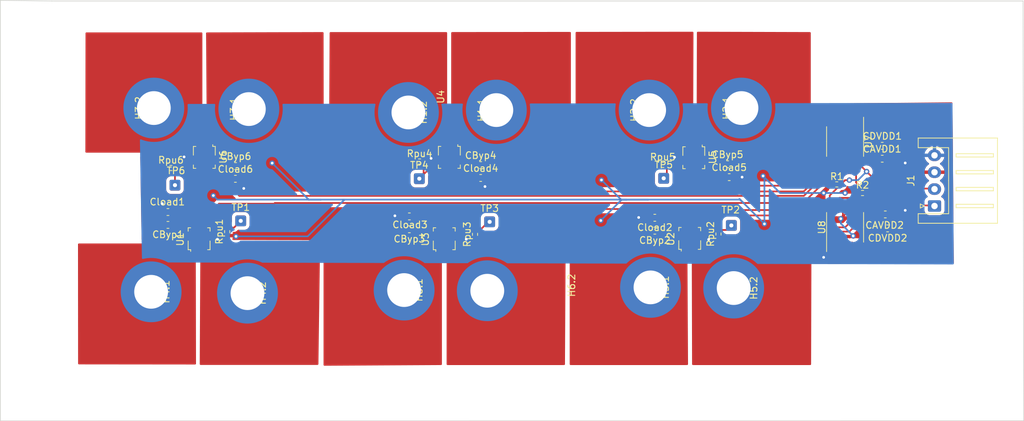
<source format=kicad_pcb>
(kicad_pcb (version 20211014) (generator pcbnew)
  (layers (0 "F.Cu" signal) (31 "B.Cu" signal) (34 "B.Paste" user) (35 "F.Paste" user) (36 "B.SilkS" user "B.Silkscreen") (37 "F.SilkS" user "F.Silkscreen") (38 "B.Mask" user) (39 "F.Mask" user) (44 "Edge.Cuts" user))
  (net 0 "")
  (net 1 "+3.3V")
  (net 2 "Earth")
  (net 3 "Net-(Cload2-Pad1)")
  (net 4 "Net-(Cload3-Pad1)")
  (net 5 "Net-(Cload4-Pad1)")
  (net 6 "Net-(Cload5-Pad1)")
  (net 7 "Net-(Cload1-Pad1)")
  (net 8 "/M1-")
  (net 9 "/M4+")
  (net 10 "/M4-")
  (net 11 "/M5+")
  (net 12 "/M5-")
  (net 13 "Net-(Rpu1-Pad2)")
  (net 14 "Net-(Rpu2-Pad2)")
  (net 15 "Net-(Rpu3-Pad2)")
  (net 16 "Net-(Rpu5-Pad2)")
  (net 45 "Net-(Cload6-Pad1)")
  (net 46 "/M6+")
  (net 47 "/M1+")
  (net 48 "Net-(J1-Pad1)")
  (net 49 "Net-(J1-Pad2)")
  (net 50 "Net-(Rpu4-Pad2)")
  (net 51 "Net-(Rpu6-Pad2)")
  (net 56 "/M6-")
  (net 57 "/M2+")
  (net 58 "/M2-")
  (net 59 "/M3+")
  (net 60 "/M3-")
  (footprint "Package_SO:TSSOP-16_4.4x5mm_P0.65mm" (layer "F.Cu") (at 227.33 52.705 -90)
    (fp_text reference "U7")
    (fp_text value "ADS1119IPWR")
  )
  (footprint "Capacitor_SMD:C_0603_1608Metric_Pad1.08x0.95mm_HandSolder" (layer "F.Cu") (at 232.8175 53.34)
    (fp_text reference "CDVDD1")
    (fp_text value "0.1")
  )
  (footprint "Sensor_Current:Allegro_QFN-12-10-1EP_3x3mm_P0.5mm" (layer "F.Cu") (at 168.05 67.18 90)
    (fp_text reference "U3")
    (fp_text value "ACS711xEXLT-31AB")
  )
  (footprint "Resistor_SMD:R_0402_1005Metric_Pad0.72x0.64mm_HandSolder" (layer "F.Cu") (at 226.0975 59.055)
    (fp_text reference "R1")
    (fp_text value "4.7k")
  )
  (footprint "Resistor_SMD:R_0402_1005Metric_Pad0.72x0.64mm_HandSolder" (layer "F.Cu") (at 135.95 66.0475 90)
    (fp_text reference "Rpu1")
    (fp_text value "4.7k")
  )
  (footprint "Connector_Wire:SolderWire-0.1sqmm_1x01_D0.4mm_OD1mm" (layer "F.Cu") (at 137.949139 64.4548)
    (fp_text reference "TP1")
    (fp_text value "Fault 1")
  )
  (footprint "Connector_Wire:SolderWire-0.25sqmm_1x01_D0.65mm_OD2mm" (layer "F.Cu") (at 162.113397 74.698097 -90)
    (fp_text reference "H6.1")
    (fp_text value "I+ Pad")
  )
  (footprint "Connector_Wire:SolderWire-0.25sqmm_1x01_D0.65mm_OD2mm" (layer "F.Cu") (at 210.85 74.4 -90)
    (fp_text reference "H5.2")
    (fp_text value "I- Pad")
  )
  (footprint "Capacitor_SMD:C_0603_1608Metric_Pad1.08x0.95mm_HandSolder" (layer "F.Cu") (at 232.8175 55.245)
    (fp_text reference "CAVDD1")
    (fp_text value "0.1")
  )
  (footprint "Sensor_Current:Allegro_QFN-12-10-1EP_3x3mm_P0.5mm" (layer "F.Cu") (at 132.564895 54.974895 -90)
    (fp_text reference "U6")
    (fp_text value "ACS711xEXLT-31AB")
  )
  (footprint "Resistor_SMD:R_0402_1005Metric_Pad0.72x0.64mm_HandSolder" (layer "F.Cu") (at 229.9075 60.325)
    (fp_text reference "R2")
    (fp_text value "4.7k")
  )
  (footprint "Connector_Wire:SolderWire-0.25sqmm_1x01_D0.65mm_OD2mm" (layer "F.Cu") (at 174.413397 74.798097 -90)
    (fp_text reference "H6.2")
    (fp_text value "I- Pad")
  )
  (footprint "Sensor_Current:Allegro_QFN-12-10-1EP_3x3mm_P0.5mm" (layer "F.Cu") (at 131.8 67.18 90)
    (fp_text reference "U1")
    (fp_text value "ACS711xEXLT-31AB")
  )
  (footprint "Sensor_Current:Allegro_QFN-12-10-1EP_3x3mm_P0.5mm" (layer "F.Cu") (at 204.35 67.13 90)
    (fp_text reference "U2")
    (fp_text value "ACS711xEXLT-31AB")
  )
  (footprint "Capacitor_SMD:C_0603_1608Metric_Pad1.08x0.95mm_HandSolder" (layer "F.Cu") (at 127.1875 63.145 180)
    (fp_text reference "Cload1")
    (fp_text value "0.1")
  )
  (footprint "Capacitor_SMD:C_0603_1608Metric_Pad1.08x0.95mm_HandSolder" (layer "F.Cu") (at 162.8875 63.795 180)
    (fp_text reference "Cload3")
    (fp_text value "0.1")
  )
  (footprint "Connector_Wire:SolderWire-0.1sqmm_1x01_D0.4mm_OD1mm" (layer "F.Cu") (at 164.36 58.205)
    (fp_text reference "TP4")
    (fp_text value "Fault 4")
  )
  (footprint "Connector_Wire:SolderWire-0.25sqmm_1x01_D0.65mm_OD2mm" (layer "F.Cu") (at 124.699139 74.9548 -90)
    (fp_text reference "H4.1")
    (fp_text value "I+ Pad")
  )
  (footprint "Connector_Wire:SolderWire-0.25sqmm_1x01_D0.65mm_OD2mm" (layer "F.Cu") (at 198.35 48.05 90)
    (fp_text reference "H2.2")
    (fp_text value "I- Pad")
  )
  (footprint "Connector_Wire:SolderWire-0.1sqmm_1x01_D0.4mm_OD1mm" (layer "F.Cu") (at 174.763397 64.598097)
    (fp_text reference "TP3")
    (fp_text value "Fault 3")
  )
  (footprint "Capacitor_SMD:C_0603_1608Metric_Pad1.08x0.95mm_HandSolder" (layer "F.Cu") (at 162.8875 65.7 180)
    (fp_text reference "CByp3")
    (fp_text value "0.1")
  )
  (footprint "Resistor_SMD:R_0402_1005Metric_Pad0.72x0.64mm_HandSolder" (layer "F.Cu") (at 164.3975 55.665)
    (fp_text reference "Rpu4")
    (fp_text value "4.7k")
  )
  (footprint "Capacitor_SMD:C_0603_1608Metric_Pad1.08x0.95mm_HandSolder" (layer "F.Cu") (at 209.9625 56.07)
    (fp_text reference "CByp5")
    (fp_text value "0.1")
  )
  (footprint "Capacitor_SMD:C_0603_1608Metric_Pad1.08x0.95mm_HandSolder" (layer "F.Cu") (at 199.1875 65.9 180)
    (fp_text reference "CByp2")
    (fp_text value "0.1")
  )
  (footprint "Connector_Wire:SolderWire-0.25sqmm_1x01_D0.65mm_OD2mm" (layer "F.Cu") (at 175.75 48.05 90)
    (fp_text reference "H1.1")
    (fp_text value "I+ Pad")
  )
  (footprint "Capacitor_SMD:C_0603_1608Metric_Pad1.08x0.95mm_HandSolder" (layer "F.Cu") (at 173.4375 58.1)
    (fp_text reference "Cload4")
    (fp_text value "0.1")
  )
  (footprint "Capacitor_SMD:C_0603_1608Metric_Pad1.08x0.95mm_HandSolder" (layer "F.Cu") (at 137.1875 56.334703)
    (fp_text reference "CByp6")
    (fp_text value "0.1")
  )
  (footprint "Capacitor_SMD:C_0603_1608Metric_Pad1.08x0.95mm_HandSolder" (layer "F.Cu") (at 233.2725 63.5)
    (fp_text reference "CAVDD2")
    (fp_text value "0.1")
  )
  (footprint "Connector_JST:JST_XH_S4B-XH-A_1x04_P2.50mm_Horizontal" (layer "F.Cu") (at 240.55 62.25 90)
    (fp_text reference "J1")
    (fp_text value "Conn_01x04")
  )
  (footprint "Capacitor_SMD:C_0603_1608Metric_Pad1.08x0.95mm_HandSolder" (layer "F.Cu") (at 137.162395 58.225105)
    (fp_text reference "Cload6")
    (fp_text value "0.1")
  )
  (footprint "Resistor_SMD:R_0402_1005Metric_Pad0.72x0.64mm_HandSolder" (layer "F.Cu") (at 172.6 66.4475 90)
    (fp_text reference "Rpu3")
    (fp_text value "4.7k")
  )
  (footprint "Connector_Wire:SolderWire-0.25sqmm_1x01_D0.65mm_OD2mm" (layer "F.Cu") (at 125.1 47.75 90)
    (fp_text reference "H3.2")
    (fp_text value "I- Pad")
  )
  (footprint "Sensor_Current:Allegro_QFN-12-10-1EP_3x3mm_P0.5mm" (layer "F.Cu") (at 204.95 55.02 -90)
    (fp_text reference "U5")
    (fp_text value "ACS711xEXLT-31AB")
  )
  (footprint "Capacitor_SMD:C_0603_1608Metric_Pad1.08x0.95mm_HandSolder" (layer "F.Cu") (at 173.4375 56.195)
    (fp_text reference "CByp4")
    (fp_text value "0.1")
  )
  (footprint "Connector_Wire:SolderWire-0.25sqmm_1x01_D0.65mm_OD2mm" (layer "F.Cu") (at 162.75 48.4 -90)
    (fp_text reference "H1.2")
    (fp_text value "I- Pad")
  )
  (footprint "Resistor_SMD:R_0402_1005Metric_Pad0.72x0.64mm_HandSolder" (layer "F.Cu") (at 127.627395 56.625105)
    (fp_text reference "Rpu6")
    (fp_text value "4.7k")
  )
  (footprint "Connector_Wire:SolderWire-0.1sqmm_1x01_D0.4mm_OD1mm" (layer "F.Cu") (at 200.5 58.15)
    (fp_text reference "TP5")
    (fp_text value "Fault 5")
  )
  (footprint "Connector_Wire:SolderWire-0.25sqmm_1x01_D0.65mm_OD2mm" (layer "F.Cu") (at 212 47.75 90)
    (fp_text reference "H2.1")
    (fp_text value "I+ Pad")
  )
  (footprint "Sensor_Current:Allegro_QFN-12-10-1EP_3x3mm_P0.5mm" (layer "F.Cu") (at 168.8 54.97 -90)
    (fp_text reference "U4")
    (fp_text value "ACS711xEXLT-31AB")
  )
  (footprint "Package_SO:TSSOP-16_4.4x5mm_P0.65mm" (layer "F.Cu") (at 227.33 65.405 90)
    (fp_text reference "U8")
    (fp_text value "ADS1119IPWR")
  )
  (footprint "Resistor_SMD:R_0402_1005Metric_Pad0.72x0.64mm_HandSolder" (layer "F.Cu") (at 200.3675 56.165)
    (fp_text reference "Rpu5")
    (fp_text value "4.7k")
  )
  (footprint "Connector_Wire:SolderWire-0.25sqmm_1x01_D0.65mm_OD2mm" (layer "F.Cu") (at 139.15 47.9 90)
    (fp_text reference "H3.1")
    (fp_text value "I+ Pad")
  )
  (footprint "Connector_Wire:SolderWire-0.1sqmm_1x01_D0.4mm_OD1mm" (layer "F.Cu") (at 210.505 65.1275)
    (fp_text reference "TP2")
    (fp_text value "Fault 2")
  )
  (footprint "Connector_Wire:SolderWire-0.25sqmm_1x01_D0.65mm_OD2mm" (layer "F.Cu") (at 198.55 74.3 -90)
    (fp_text reference "H5.1")
    (fp_text value "I+ Pad")
  )
  (footprint "Connector_Wire:SolderWire-0.25sqmm_1x01_D0.65mm_OD2mm" (layer "F.Cu") (at 138.949139 75.1548 -90)
    (fp_text reference "H4.2")
    (fp_text value "I- Pad")
  )
  (footprint "Capacitor_SMD:C_0603_1608Metric_Pad1.08x0.95mm_HandSolder" (layer "F.Cu") (at 127.1875 65.05 180)
    (fp_text reference "CByp1")
    (fp_text value "0.1")
  )
  (footprint "Capacitor_SMD:C_0603_1608Metric_Pad1.08x0.95mm_HandSolder" (layer "F.Cu") (at 210.19 57.975)
    (fp_text reference "Cload5")
    (fp_text value "0.1")
  )
  (footprint "Capacitor_SMD:C_0603_1608Metric_Pad1.08x0.95mm_HandSolder" (layer "F.Cu") (at 199.1875 63.995 180)
    (fp_text reference "Cload2")
    (fp_text value "0.1")
  )
  (footprint "Connector_Wire:SolderWire-0.1sqmm_1x01_D0.4mm_OD1mm" (layer "F.Cu") (at 128.224895 59.165105)
    (fp_text reference "TP6")
    (fp_text value "Fault 6")
  )
  (footprint "Resistor_SMD:R_0402_1005Metric_Pad0.72x0.64mm_HandSolder" (layer "F.Cu") (at 208.6 66.3975 90)
    (fp_text reference "Rpu2")
    (fp_text value "4.7k")
  )
  (footprint "Capacitor_SMD:C_0603_1608Metric_Pad1.08x0.95mm_HandSolder" (layer "F.Cu") (at 233.615 65.5675 180)
    (fp_text reference "CDVDD2")
    (fp_text value "0.1")
  )
  (gr_line (start 253.65 31.9) (end 253.75 94.05) (layer "Edge.Cuts") (width 0.1))
  (gr_line (start 253.75 94.05) (end 102.406451 94.063624) (layer "Edge.Cuts") (width 0.1))
  (gr_line (start 102.406451 94.063624) (end 102.4 31.8) (layer "Edge.Cuts") (width 0.1))
  (gr_line (start 110 31.9) (end 253.65 31.9) (layer "Edge.Cuts") (width 0.1))
  (gr_line (start 102.4 31.8) (end 110 31.9) (layer "Edge.Cuts") (width 0.1))
  (segment (start 141.904895 55.204895) (end 142.6 55.9) (width 0.25) (layer "F.Cu") (net 1))
  (segment (start 209.13 56.07) (end 209.95 55.25) (width 0.25) (layer "F.Cu") (net 1))
  (segment (start 227.33 55.8925) (end 227.655 55.5675) (width 0.25) (layer "F.Cu") (net 1))
  (segment (start 229.87 66.675) (end 231.645 66.675) (width 0.25) (layer "F.Cu") (net 1))
  (segment (start 227.215 66.675) (end 228.525 66.675) (width 0.25) (layer "F.Cu") (net 1))
  (segment (start 228.525 66.675) (end 229.87 66.675) (width 0.25) (layer "F.Cu") (net 1))
  (segment (start 226.355 68.2675) (end 226.355 67.535) (width 0.25) (layer "F.Cu") (net 1))
  (segment (start 227.655 62.5425) (end 227.655 63.175) (width 0.25) (layer "F.Cu") (net 1))
  (segment (start 215.2 57.8) (end 212.65 55.25) (width 0.25) (layer "F.Cu") (net 1))
  (segment (start 206.4 55.25) (end 209.95 55.25) (width 0.25) (layer "F.Cu") (net 1))
  (segment (start 231.645 66.675) (end 232.7525 65.5675) (width 0.25) (layer "F.Cu") (net 1))
  (segment (start 200.05 66.25) (end 200.7 66.9) (width 0.25) (layer "F.Cu") (net 1))
  (segment (start 228.305 50.531041) (end 231.113959 53.34) (width 0.25) (layer "F.Cu") (net 1))
  (segment (start 229.193959 53.34) (end 231.955 53.34) (width 0.25) (layer "F.Cu") (net 1))
  (segment (start 212.65 55.25) (end 209.95 55.25) (width 0.25) (layer "F.Cu") (net 1))
  (segment (start 200.05 65.9) (end 200.05 66.25) (width 0.25) (layer "F.Cu") (net 1))
  (segment (start 227.655 54.878959) (end 228.579479 53.954479) (width 0.25) (layer "F.Cu") (net 1))
  (segment (start 233.68 57.15) (end 231.955 55.425) (width 0.2) (layer "F.Cu") (net 1))
  (segment (start 227.005 55.5675) (end 227.005 55.528959) (width 0.25) (layer "F.Cu") (net 1))
  (segment (start 135.195192 55.204895) (end 136.325 56.334703) (width 0.25) (layer "F.Cu") (net 1))
  (segment (start 228.028959 54.505) (end 231.215 54.505) (width 0.25) (layer "F.Cu") (net 1))
  (segment (start 228.305 49.8425) (end 228.305 50.531041) (width 0.25) (layer "F.Cu") (net 1))
  (segment (start 227.005 63.825) (end 226.695 64.135) (width 0.25) (layer "F.Cu") (net 1))
  (segment (start 231.955 53.34) (end 231.955 55.245) (width 0.25) (layer "F.Cu") (net 1))
  (segment (start 233.68 57.15) (end 233.78 57.25) (width 0.2) (layer "F.Cu") (net 1))
  (segment (start 227.005 55.528959) (end 229.193959 53.34) (width 0.25) (layer "F.Cu") (net 1))
  (segment (start 129.625 66.95) (end 130.35 66.95) (width 0.25) (layer "F.Cu") (net 1))
  (segment (start 200.7 66.9) (end 202.9 66.9) (width 0.25) (layer "F.Cu") (net 1))
  (segment (start 134.014895 55.204895) (end 135.195192 55.204895) (width 0.25) (layer "F.Cu") (net 1))
  (segment (start 232.7525 63.6625) (end 232.7525 65.5675) (width 0.25) (layer "F.Cu") (net 1))
  (segment (start 128.05 65.05) (end 128.05 65.375) (width 0.25) (layer "F.Cu") (net 1))
  (segment (start 233.78 57.25) (end 240.55 57.25) (width 0.2) (layer "F.Cu") (net 1))
  (segment (start 226.355 67.535) (end 227.215 66.675) (width 0.25) (layer "F.Cu") (net 1))
  (segment (start 171.58 55.2) (end 172.575 56.195) (width 0.25) (layer "F.Cu") (net 1))
  (segment (start 225.055 67.045) (end 225.425 66.675) (width 0.25) (layer "F.Cu") (net 1))
  (segment (start 231.113959 53.34) (end 231.955 53.34) (width 0.25) (layer "F.Cu") (net 1))
  (segment (start 227.33 57.225) (end 227.33 55.8925) (width 0.25) (layer "F.Cu") (net 1))
  (segment (start 227.33 57.225) (end 225.5 59.055) (width 0.25) (layer "F.Cu") (net 1))
  (segment (start 166.6 66.95) (end 165 66.95) (width 0.25) (layer "F.Cu") (net 1))
  (segment (start 227.655 54.878959) (end 228.028959 54.505) (width 0.25) (layer "F.Cu") (net 1))
  (segment (start 232.41 63.32) (end 232.7525 63.6625) (width 0.2) (layer "F.Cu") (net 1))
  (segment (start 227.005 62.5425) (end 227.005 63.825) (width 0.25) (layer "F.Cu") (net 1))
  (segment (start 225.055 68.2675) (end 225.055 67.045) (width 0.25) (layer "F.Cu") (net 1))
  (segment (start 135.195192 55.204895) (end 141.904895 55.204895) (width 0.25) (layer "F.Cu") (net 1))
  (segment (start 170.25 55.2) (end 171.58 55.2) (width 0.25) (layer "F.Cu") (net 1))
  (segment (start 137.145 66.645) (end 137.25 66.75) (width 0.25) (layer "F.Cu") (net 1))
  (segment (start 135.95 66.645) (end 137.145 66.645) (width 0.25) (layer "F.Cu") (net 1))
  (segment (start 231.215 54.505) (end 231.955 55.245) (width 0.25) (layer "F.Cu") (net 1))
  (segment (start 227.655 63.175) (end 226.695 64.135) (width 0.25) (layer "F.Cu") (net 1))
  (segment (start 224.23 60.325) (end 225.4625 59.0925) (width 0.25) (layer "F.Cu") (net 1))
  (segment (start 208.655 67.05) (end 208.6 66.995) (width 0.25) (layer "F.Cu") (net 1))
  (segment (start 224.155 60.325) (end 224.23 60.325) (width 0.25) (layer "F.Cu") (net 1))
  (segment (start 231.955 55.425) (end 231.955 55.245) (width 0.2) (layer "F.Cu") (net 1))
  (segment (start 225.425 66.675) (end 229.87 66.675) (width 0.25) (layer "F.Cu") (net 1))
  (segment (start 165 66.95) (end 163.75 65.7) (width 0.25) (layer "F.Cu") (net 1))
  (segment (start 128.05 65.375) (end 129.625 66.95) (width 0.25) (layer "F.Cu") (net 1))
  (via (at 142.6 55.9) (size 0.8) (drill 0.4) (layers "F.Cu" "B.Cu") (net 1))
  (via (at 191.2 64.4) (size 0.8) (drill 0.4) (layers "F.Cu" "B.Cu") (net 1))
  (via (at 137.25 66.75) (size 0.8) (drill 0.4) (layers "F.Cu" "B.Cu") (net 1))
  (via (at 191.3 58.4) (size 0.8) (drill 0.4) (layers "F.Cu" "B.Cu") (net 1))
  (via (at 226.695 64.135) (size 0.8) (drill 0.4) (layers "F.Cu" "B.Cu") (net 1))
  (via (at 228.525 66.675) (size 0.8) (drill 0.4) (layers "F.Cu" "B.Cu") (net 1))
  (via (at 133.9 60.7) (size 0.8) (drill 0.4) (layers "F.Cu" "B.Cu") (net 1))
  (via (at 227.33 60.325) (size 0.8) (drill 0.4) (layers "F.Cu" "B.Cu") (net 1))
  (via (at 224.155 60.325) (size 0.8) (drill 0.4) (layers "F.Cu" "B.Cu") (net 1))
  (via (at 215.2 57.8) (size 0.8) (drill 0.4) (layers "F.Cu" "B.Cu") (net 1))
  (via (at 215.4 64.9) (size 0.8) (drill 0.4) (layers "F.Cu" "B.Cu") (net 1))
  (segment (start 149.8 61.3) (end 148 61.3) (width 0.25) (layer "B.Cu") (net 1))
  (segment (start 228.525 66.675) (end 226.695 64.845) (width 0.25) (layer "B.Cu") (net 1))
  (segment (start 194.3 61.3) (end 195 61.3) (width 0.25) (layer "B.Cu") (net 1))
  (segment (start 195 61.3) (end 198.2 61.3) (width 0.25) (layer "B.Cu") (net 1))
  (segment (start 224.155 60.325) (end 217.725 60.325) (width 0.25) (layer "B.Cu") (net 1))
  (segment (start 198.2 61.3) (end 194.2 61.3) (width 0.25) (layer "B.Cu") (net 1))
  (segment (start 212.25 61.75) (end 211.7 61.2) (width 0.25) (layer "B.Cu") (net 1))
  (segment (start 227.33 60.325) (end 224.155 60.325) (width 0.25) (layer "B.Cu") (net 1))
  (segment (start 215.4 64.9) (end 212.25 61.75) (width 0.25) (layer "B.Cu") (net 1))
  (segment (start 153.3 61.3) (end 149.8 61.3) (width 0.25) (layer "B.Cu") (net 1))
  (segment (start 195 61.3) (end 153.3 61.3) (width 0.25) (layer "B.Cu") (net 1))
  (segment (start 226.695 64.845) (end 226.695 64.135) (width 0.25) (layer "B.Cu") (net 1))
  (segment (start 198.2 61.3) (end 211.8 61.3) (width 0.25) (layer "B.Cu") (net 1))
  (segment (start 153.3 61.3) (end 147.85 66.75) (width 0.25) (layer "B.Cu") (net 1))
  (segment (start 215.4 64.9) (end 215.4 58) (width 0.25) (layer "B.Cu") (net 1))
  (segment (start 148 61.3) (end 142.6 55.9) (width 0.25) (layer "B.Cu") (net 1))
  (segment (start 134.5 61.3) (end 133.9 60.7) (width 0.25) (layer "B.Cu") (net 1))
  (segment (start 217.725 60.325) (end 215.2 57.8) (width 0.25) (layer "B.Cu") (net 1))
  (segment (start 215.4 58) (end 215.2 57.8) (width 0.25) (layer "B.Cu") (net 1))
  (segment (start 191.2 64.4) (end 194.3 61.3) (width 0.25) (layer "B.Cu") (net 1))
  (segment (start 149.8 61.3) (end 134.5 61.3) (width 0.25) (layer "B.Cu") (net 1))
  (segment (start 147.85 66.75) (end 137.25 66.75) (width 0.25) (layer "B.Cu") (net 1))
  (segment (start 194.2 61.3) (end 191.3 58.4) (width 0.25) (layer "B.Cu") (net 1))
  (segment (start 211.8 61.3) (end 212.25 61.75) (width 0.25) (layer "B.Cu") (net 1))
  (segment (start 231.14 48.26) (end 232.41 48.26) (width 0.25) (layer "F.Cu") (net 2))
  (segment (start 198.28 63.95) (end 198.325 63.995) (width 0.25) (layer "F.Cu") (net 2))
  (segment (start 202.1 55.0255) (end 203.2755 55.0255) (width 0.25) (layer "F.Cu") (net 2))
  (segment (start 133.25 66.95) (end 133.475 66.95) (width 0.25) (layer "F.Cu") (net 2))
  (segment (start 169.5 66.95) (end 169.725 66.95) (width 0.25) (layer "F.Cu") (net 2))
  (segment (start 126.325 63.145) (end 126.325 61.6475) (width 0.2) (layer "F.Cu") (net 2))
  (segment (start 231.775 69.85) (end 234.4775 67.1475) (width 0.25) (layer "F.Cu") (net 2))
  (segment (start 174.3 56.195) (end 174.3 58.1) (width 0.25) (layer "F.Cu") (net 2))
  (segment (start 235.2455 62.8945) (end 234.4775 63.6625) (width 0.25) (layer "F.Cu") (net 2))
  (segment (start 210.825 57.7475) (end 211.0525 57.975) (width 0.25) (layer "F.Cu") (net 2))
  (segment (start 227.655 49.153959) (end 228.548959 48.26) (width 0.25) (layer "F.Cu") (net 2))
  (segment (start 196.8 63.95) (end 198.28 63.95) (width 0.25) (layer "F.Cu") (net 2))
  (segment (start 134.5 67.1745) (end 133.4745 67.1745) (width 0.25) (layer "F.Cu") (net 2))
  (segment (start 138.4 59.65) (end 138.024895 59.274895) (width 0.25) (layer "F.Cu") (net 2))
  (segment (start 138.05 58.2) (end 138.024895 58.225105) (width 0.25) (layer "F.Cu") (net 2))
  (segment (start 169.7245 67.1745) (end 169.5 66.95) (width 0.25) (layer "F.Cu") (net 2))
  (segment (start 211.0525 57.975) (end 212.095 57.975) (width 0.25) (layer "F.Cu") (net 2))
  (segment (start 227.005 68.2675) (end 227.005 68.956041) (width 0.25) (layer "F.Cu") (net 2))
  (segment (start 206.1 67.2) (end 205.8 66.9) (width 0.25) (layer "F.Cu") (net 2))
  (segment (start 171.3 67.1745) (end 169.7245 67.1745) (width 0.25) (layer "F.Cu") (net 2))
  (segment (start 230.505 48.26) (end 231.14 48.26) (width 0.25) (layer "F.Cu") (net 2))
  (segment (start 237.43 54.67) (end 236.22 55.88) (width 0.25) (layer "F.Cu") (net 2))
  (segment (start 234.315 55.88) (end 233.68 55.245) (width 0.25) (layer "F.Cu") (net 2))
  (segment (start 203.2755 55.0255) (end 203.5 55.25) (width 0.25) (layer "F.Cu") (net 2))
  (segment (start 227.655 49.8425) (end 227.655 49.153959) (width 0.25) (layer "F.Cu") (net 2))
  (segment (start 240.39 54.67) (end 237.43 54.67) (width 0.25) (layer "F.Cu") (net 2))
  (segment (start 231.14 48.26) (end 231.1875 48.26) (width 0.25) (layer "F.Cu") (net 2))
  (segment (start 228.955 49.81) (end 230.505 48.26) (width 0.25) (layer "F.Cu") (net 2))
  (segment (start 236.22 55.88) (end 234.315 55.88) (width 0.25) (layer "F.Cu") (net 2))
  (segment (start 227.005 68.956041) (end 227.898959 69.85) (width 0.25) (layer "F.Cu") (net 2))
  (segment (start 166.1 55.2) (end 167.35 55.2) (width 0.25) (layer "F.Cu") (net 2))
  (segment (start 226.06 69.85) (end 228.548959 69.85) (width 0.25) (layer "F.Cu") (net 2))
  (segment (start 161.93 63.7) (end 162.025 63.795) (width 0.25) (layer "F.Cu") (net 2))
  (segment (start 229.235 69.85) (end 231.775 69.85) (width 0.25) (layer "F.Cu") (net 2))
  (segment (start 236.22 62.8945) (end 235.2455 62.8945) (width 0.25) (layer "F.Cu") (net 2))
  (segment (start 224.155 69.85) (end 226.06 69.85) (width 0.2) (layer "F.Cu") (net 2))
  (segment (start 227.965 69.85) (end 229.235 69.85) (width 0.25) (layer "F.Cu") (net 2))
  (segment (start 228.955 49.8425) (end 228.955 49.81) (width 0.25) (layer "F.Cu") (net 2))
  (segment (start 126.325 63.145) (end 126.325 65.05) (width 0.2) (layer "F.Cu") (net 2))
  (segment (start 234.4775 65.5675) (end 234.4775 67.1475) (width 0.25) (layer "F.Cu") (net 2))
  (segment (start 225.705 68.2675) (end 225.705 69.495) (width 0.25) (layer "F.Cu") (net 2))
  (segment (start 129.574895 54.980395) (end 130.890395 54.980395) (width 0.25) (layer "F.Cu") (net 2))
  (segment (start 138.024895 59.274895) (end 138.024895 58.225105) (width 0.25) (layer "F.Cu") (net 2))
  (segment (start 227.898959 69.85) (end 229.235 69.85) (width 0.25) (layer "F.Cu") (net 2))
  (segment (start 207.15 67.2) (end 206.1 67.2) (width 0.25) (layer "F.Cu") (net 2))
  (segment (start 233.68 53.34) (end 233.68 55.245) (width 0.25) (layer "F.Cu") (net 2))
  (segment (start 234.4775 63.6625) (end 234.4775 65.5675) (width 0.25) (layer "F.Cu") (net 2))
  (segment (start 236.22 52.07) (end 236.22 55.88) (width 0.25) (layer "F.Cu") (net 2))
  (segment (start 160.75 63.7) (end 161.93 63.7) (width 0.25) (layer "F.Cu") (net 2))
  (segment (start 174.3 58.1) (end 174.3 59.1425) (width 0.25) (layer "F.Cu") (net 2))
  (segment (start 227.655 68.956041) (end 228.548959 69.85) (width 0.25) (layer "F.Cu") (net 2))
  (segment (start 227.33 48.26) (end 229.235 48.26) (width 0.25) (layer "F.Cu") (net 2))
  (segment (start 225.705 69.495) (end 226.06 69.85) (width 0.25) (layer "F.Cu") (net 2))
  (segment (start 162.025 65.7) (end 162.025 63.795) (width 0.25) (layer "F.Cu") (net 2))
  (segment (start 174.3 59.1425) (end 174.0725 59.37) (width 0.25) (layer "F.Cu") (net 2))
  (segment (start 133.4745 67.1745) (end 133.25 66.95) (width 0.25) (layer "F.Cu") (net 2))
  (segment (start 227.655 68.2675) (end 227.655 68.956041) (width 0.25) (layer "F.Cu") (net 2))
  (segment (start 227.85 69.85) (end 227.965 69.85) (width 0.25) (layer "F.Cu") (net 2))
  (segment (start 227.005 49.8425) (end 227.005 48.585) (width 0.25) (layer "F.Cu") (net 2))
  (segment (start 130.890395 54.980395) (end 131.114895 55.204895) (width 0.25) (layer "F.Cu") (net 2))
  (segment (start 198.325 63.995) (end 198.325 65.9) (width 0.25) (layer "F.Cu") (net 2))
  (segment (start 210.825 56.07) (end 210.825 57.7475) (width 0.25) (layer "F.Cu") (net 2))
  (segment (start 227.005 48.585) (end 227.33 48.26) (width 0.25) (layer "F.Cu") (net 2))
  (segment (start 232.41 48.26) (end 236.22 52.07) (width 0.25) (layer "F.Cu") (net 2))
  (segment (start 228.548959 48.26) (end 229.235 48.26) (width 0.25) (layer "F.Cu") (net 2))
  (segment (start 229.235 48.26) (end 230.505 48.26) (width 0.25) (layer "F.Cu") (net 2))
  (segment (start 231.1875 48.26) (end 229.605 49.8425) (width 0.25) (layer "F.Cu") (net 2))
  (segment (start 138.05 56.334703) (end 138.05 58.2) (width 0.25) (layer "F.Cu") (net 2))
  (via (at 202.1 55.0255) (size 0.8) (drill 0.4) (layers "F.Cu" "B.Cu") (net 2))
  (via (at 236.22 62.8945) (size 0.8) (drill 0.4) (layers "F.Cu" "B.Cu") (net 2))
  (via (at 166.1 55.2) (size 0.8) (drill 0.4) (layers "F.Cu" "B.Cu") (net 2))
  (via (at 138.4 59.65) (size 0.8) (drill 0.4) (layers "F.Cu" "B.Cu") (net 2))
  (via (at 134.5 67.1745) (size 0.8) (drill 0.4) (layers "F.Cu" "B.Cu") (net 2))
  (via (at 236.22 55.88) (size 0.8) (drill 0.4) (layers "F.Cu" "B.Cu") (net 2))
  (via (at 196.8 63.95) (size 0.8) (drill 0.4) (layers "F.Cu" "B.Cu") (net 2))
  (via (at 171.3 67.1745) (size 0.8) (drill 0.4) (layers "F.Cu" "B.Cu") (net 2))
  (via (at 126.35 61.9) (size 0.8) (drill 0.4) (layers "F.Cu" "B.Cu") (net 2))
  (via (at 174.0725 59.37) (size 0.8) (drill 0.4) (layers "F.Cu" "B.Cu") (net 2))
  (via (at 129.574895 54.980395) (size 0.8) (drill 0.4) (layers "F.Cu" "B.Cu") (net 2))
  (via (at 212.095 57.975) (size 0.8) (drill 0.4) (layers "F.Cu" "B.Cu") (net 2))
  (via (at 160.75 63.7) (size 0.8) (drill 0.4) (layers "F.Cu" "B.Cu") (net 2))
  (via (at 207.15 67.2) (size 0.8) (drill 0.4) (layers "F.Cu" "B.Cu") (net 2))
  (via (at 224.155 69.85) (size 0.8) (drill 0.4) (layers "F.Cu" "B.Cu") (net 2))
  (segment (start 208.055 63.995) (end 208.4 63.65) (width 0.25) (layer "F.Cu") (net 3))
  (segment (start 202.875 66.425) (end 202.9 66.4) (width 0.25) (layer "F.Cu") (net 3))
  (segment (start 227.965 66.04) (end 228.955 65.05) (width 0.25) (layer "F.Cu") (net 3))
  (segment (start 228.955 65.05) (end 228.955 62.5425) (width 0.25) (layer "F.Cu") (net 3))
  (segment (start 220.345 66.04) (end 227.965 66.04) (width 0.25) (layer "F.Cu") (net 3))
  (segment (start 217.955 63.65) (end 220.345 66.04) (width 0.25) (layer "F.Cu") (net 3))
  (segment (start 200.05 63.995) (end 202.48 66.425) (width 0.25) (layer "F.Cu") (net 3))
  (segment (start 208.4 63.65) (end 217.955 63.65) (width 0.25) (layer "F.Cu") (net 3))
  (segment (start 200.05 63.995) (end 208.055 63.995) (width 0.25) (layer "F.Cu") (net 3))
  (segment (start 202.48 66.425) (end 202.875 66.425) (width 0.25) (layer "F.Cu") (net 3))
  (segment (start 217.791396 62.85) (end 220.346396 65.405) (width 0.25) (layer "F.Cu") (net 4))
  (segment (start 195.4 62.7) (end 195.55 62.85) (width 0.25) (layer "F.Cu") (net 4))
  (segment (start 165.231603 62.698097) (end 165.233506 62.7) (width 0.25) (layer "F.Cu") (net 4))
  (segment (start 220.346396 65.405) (end 227.33 65.405) (width 0.25) (layer "F.Cu") (net 4))
  (segment (start 228.305 64.43) (end 228.305 62.5425) (width 0.25) (layer "F.Cu") (net 4))
  (segment (start 164.846903 62.698097) (end 165.231603 62.698097) (width 0.25) (layer "F.Cu") (net 4))
  (segment (start 195.55 62.85) (end 217.791396 62.85) (width 0.25) (layer "F.Cu") (net 4))
  (segment (start 227.33 65.405) (end 228.305 64.43) (width 0.25) (layer "F.Cu") (net 4))
  (segment (start 163.945 63.795) (end 163.75 63.795) (width 0.25) (layer "F.Cu") (net 4))
  (segment (start 166.6 66.45) (end 163.945 63.795) (width 0.25) (layer "F.Cu") (net 4))
  (segment (start 163.75 63.795) (end 164.846903 62.698097) (width 0.25) (layer "F.Cu") (net 4))
  (segment (start 165.233506 62.7) (end 195.4 62.7) (width 0.25) (layer "F.Cu") (net 4))
  (segment (start 172.575 58.025) (end 172.575 58.1) (width 0.25) (layer "F.Cu") (net 5))
  (segment (start 170.25 55.7) (end 172.575 58.025) (width 0.25) (layer "F.Cu") (net 5))
  (segment (start 224.153604 57.15) (end 224.155 57.15) (width 0.25) (layer "F.Cu") (net 5))
  (segment (start 224.155 57.15) (end 224.155 54.61) (width 0.25) (layer "F.Cu") (net 5))
  (segment (start 224.155 54.61) (end 226.355 52.41) (width 0.25) (layer "F.Cu") (net 5))
  (segment (start 172.575 58.1) (end 172.575 59.525) (width 0.25) (layer "F.Cu") (net 5))
  (segment (start 226.355 52.41) (end 226.355 49.8425) (width 0.25) (layer "F.Cu") (net 5))
  (segment (start 221.208604 60.095) (end 224.153604 57.15) (width 0.25) (layer "F.Cu") (net 5))
  (segment (start 173.145 60.095) (end 221.208604 60.095) (width 0.25) (layer "F.Cu") (net 5))
  (segment (start 172.575 59.525) (end 173.145 60.095) (width 0.25) (layer "F.Cu") (net 5))
  (segment (start 225.705 51.79) (end 225.705 49.8425) (width 0.25) (layer "F.Cu") (net 6))
  (segment (start 209.555 59.245) (end 221.422208 59.245) (width 0.25) (layer "F.Cu") (net 6))
  (segment (start 221.422208 59.245) (end 222.885 57.782208) (width 0.25) (layer "F.Cu") (net 6))
  (segment (start 209.3275 59.0175) (end 209.555 59.245) (width 0.25) (layer "F.Cu") (net 6))
  (segment (start 207.1025 55.75) (end 209.3275 57.975) (width 0.25) (layer "F.Cu") (net 6))
  (segment (start 206.4 55.75) (end 207.1025 55.75) (width 0.25) (layer "F.Cu") (net 6))
  (segment (start 222.885 57.782208) (end 222.885 54.61) (width 0.25) (layer "F.Cu") (net 6))
  (segment (start 209.3275 57.975) (end 209.3275 59.0175) (width 0.25) (layer "F.Cu") (net 6))
  (segment (start 222.885 54.61) (end 225.705 51.79) (width 0.25) (layer "F.Cu") (net 6))
  (segment (start 128.05 63.145) (end 133.508939 63.145) (width 0.25) (layer "F.Cu") (net 7))
  (segment (start 134.749139 61.9048) (end 142.8952 61.9048) (width 0.25) (layer "F.Cu") (net 7))
  (segment (start 133.508939 63.145) (end 134.749139 61.9048) (width 0.25) (layer "F.Cu") (net 7))
  (segment (start 129.9 66.45) (end 129.35 65.9) (width 0.25) (layer "F.Cu") (net 7))
  (segment (start 226.355 55.5675) (end 226.355 56.595) (width 0.25) (layer "F.Cu") (net 7))
  (segment (start 142.8952 61.9048) (end 142.998097 61.801903) (width 0.25) (layer "F.Cu") (net 7))
  (segment (start 130.35 66.45) (end 129.9 66.45) (width 0.25) (layer "F.Cu") (net 7))
  (segment (start 221.375 61.575) (end 221.15 61.8) (width 0.25) (layer "F.Cu") (net 7))
  (segment (start 226.355 56.595) (end 221.375 61.575) (width 0.25) (layer "F.Cu") (net 7))
  (segment (start 129.35 64.445) (end 128.05 63.145) (width 0.25) (layer "F.Cu") (net 7))
  (segment (start 129.35 65.9) (end 129.35 64.445) (width 0.25) (layer "F.Cu") (net 7))
  (segment (start 142.998097 61.801903) (end 221.148097 61.801903) (width 0.25) (layer "F.Cu") (net 7))
  (segment (start 221.148097 61.801903) (end 221.375 61.575) (width 0.25) (layer "F.Cu") (net 7))
  (segment (start 134.95 66.45) (end 135.95 65.45) (width 0.25) (layer "F.Cu") (net 13))
  (segment (start 136.953939 65.45) (end 137.949139 64.4548) (width 0.25) (layer "F.Cu") (net 13))
  (segment (start 135.95 65.45) (end 136.953939 65.45) (width 0.25) (layer "F.Cu") (net 13))
  (segment (start 133.25 66.45) (end 134.95 66.45) (width 0.25) (layer "F.Cu") (net 13))
  (segment (start 208 66.4) (end 208.6 65.8) (width 0.25) (layer "F.Cu") (net 14))
  (segment (start 205.8 66.4) (end 208 66.4) (width 0.25) (layer "F.Cu") (net 14))
  (segment (start 209.8325 65.8) (end 210.505 65.1275) (width 0.25) (layer "F.Cu") (net 14))
  (segment (start 208.6 65.8) (end 209.8325 65.8) (width 0.25) (layer "F.Cu") (net 14))
  (segment (start 169.5 66.45) (end 172 66.45) (width 0.25) (layer "F.Cu") (net 15))
  (segment (start 172 66.45) (end 172.6 65.85) (width 0.25) (layer "F.Cu") (net 15))
  (segment (start 172.6 65.85) (end 173.311494 65.85) (width 0.25) (layer "F.Cu") (net 15))
  (segment (start 173.311494 65.85) (end 174.363397 64.798097) (width 0.25) (layer "F.Cu") (net 15))
  (segment (start 201.38 55.75) (end 200.965 56.165) (width 0.25) (layer "F.Cu") (net 16))
  (segment (start 200.965 57.685) (end 200.5 58.15) (width 0.25) (layer "F.Cu") (net 16))
  (segment (start 203.5 55.75) (end 201.38 55.75) (width 0.25) (layer "F.Cu") (net 16))
  (segment (start 200.965 56.165) (end 200.965 57.685) (width 0.25) (layer "F.Cu") (net 16))
  (segment (start 136.299895 58.225105) (end 136.299895 59.300105) (width 0.25) (layer "F.Cu") (net 45))
  (segment (start 225.83 55.6925) (end 225.705 55.5675) (width 0.25) (layer "F.Cu") (net 45))
  (segment (start 136.299895 59.300105) (end 137.74979 60.75) (width 0.25) (layer "F.Cu") (net 45))
  (segment (start 137.74979 60.75) (end 221.224645 60.75) (width 0.25) (layer "F.Cu") (net 45))
  (segment (start 221.224645 60.75) (end 225.83 56.144645) (width 0.25) (layer "F.Cu") (net 45))
  (segment (start 225.83 56.144645) (end 225.83 55.6925) (width 0.25) (layer "F.Cu") (net 45))
  (segment (start 134.014895 55.704895) (end 134.014895 55.940105) (width 0.25) (layer "F.Cu") (net 45))
  (segment (start 134.014895 55.940105) (end 136.299895 58.225105) (width 0.25) (layer "F.Cu") (net 45))
  (segment (start 234.89 62.17) (end 240.39 62.17) (width 0.25) (layer "F.Cu") (net 48))
  (segment (start 226.475 61.05) (end 229.78 61.05) (width 0.25) (layer "F.Cu") (net 48))
  (segment (start 228.955 55.5675) (end 228.955 58.775) (width 0.25) (layer "F.Cu") (net 48))
  (segment (start 229.78 61.05) (end 230.505 60.325) (width 0.25) (layer "F.Cu") (net 48))
  (segment (start 233.045 60.325) (end 234.89 62.17) (width 0.25) (layer "F.Cu") (net 48))
  (segment (start 228.955 58.775) (end 230.505 60.325) (width 0.25) (layer "F.Cu") (net 48))
  (segment (start 225.705 61.82) (end 226.475 61.05) (width 0.25) (layer "F.Cu") (net 48))
  (segment (start 225.705 62.5425) (end 225.705 61.82) (width 0.25) (layer "F.Cu") (net 48))
  (segment (start 230.505 60.325) (end 233.045 60.325) (width 0.25) (layer "F.Cu") (net 48))
  (segment (start 225.055 60.695) (end 226.6575 59.0925) (width 0.25) (layer "F.Cu") (net 49))
  (segment (start 227.965 58.42) (end 227.33 58.42) (width 0.25) (layer "F.Cu") (net 49))
  (segment (start 227.33 58.42) (end 226.6575 59.0925) (width 0.25) (layer "F.Cu") (net 49))
  (segment (start 229.605 56.25) (end 230.505 57.15) (width 0.25) (layer "F.Cu") (net 49))
  (segment (start 234.335 59.67) (end 240.39 59.67) (width 0.25) (layer "F.Cu") (net 49))
  (segment (start 230.505 57.15) (end 233.025 59.67) (width 0.25) (layer "F.Cu") (net 49))
  (segment (start 225.055 62.5425) (end 225.055 60.695) (width 0.25) (layer "F.Cu") (net 49))
  (segment (start 233.025 59.67) (end 234.335 59.67) (width 0.25) (layer "F.Cu") (net 49))
  (segment (start 229.605 55.5675) (end 229.605 56.25) (width 0.25) (layer "F.Cu") (net 49))
  (via (at 230.505 57.15) (size 0.8) (drill 0.4) (layers "F.Cu" "B.Cu") (net 49))
  (via (at 227.965 58.42) (size 0.8) (drill 0.4) (layers "F.Cu" "B.Cu") (net 49))
  (segment (start 230.505 57.15) (end 229.235 58.42) (width 0.25) (layer "B.Cu") (net 49))
  (segment (start 229.235 58.42) (end 227.965 58.42) (width 0.25) (layer "B.Cu") (net 49))
  (segment (start 164.995 55.665) (end 164.995 57.57) (width 0.25) (layer "F.Cu") (net 50))
  (segment (start 166.175105 56.874895) (end 167.35 55.7) (width 0.25) (layer "F.Cu") (net 50))
  (segment (start 165.690105 56.874895) (end 166.175105 56.874895) (width 0.25) (layer "F.Cu") (net 50))
  (segment (start 164.36 58.205) (end 165.690105 56.874895) (width 0.25) (layer "F.Cu") (net 50))
  (segment (start 128.224895 59.165105) (end 128.224895 56.625105) (width 0.25) (layer "F.Cu") (net 51))
  (segment (start 128.224895 56.625105) (end 129.145105 55.704895) (width 0.25) (layer "F.Cu") (net 51))
  (segment (start 129.145105 55.704895) (end 131.114895 55.704895) (width 0.25) (layer "F.Cu") (net 51))
  (zone (net 9) (net_name "/M4+") (layer "F.Cu") (priority 1) (connect_pads yes (clearance 0.508)) (min_thickness 0.254) (fill yes (thermal_gap 0.508) (thermal_bridge_width 0.508))
    (polygon (pts (xy 186.775 36.475) (xy 186.775 54.3) (xy 169.075 54.35) (xy 169.075 36.5)))
  )
  (zone (net 11) (net_name "/M5+") (layer "F.Cu") (connect_pads yes (clearance 0.508)) (min_thickness 0.254) (fill yes (thermal_gap 0.508) (thermal_bridge_width 0.508))
    (polygon (pts (xy 222.25 36.5) (xy 222.25 54.45) (xy 205.15 54.45) (xy 205.25 36.45)))
  )
  (zone (net 58) (net_name "/M2-") (layer "F.Cu") (priority 1) (connect_pads yes (clearance 0.508)) (min_thickness 0.254) (fill yes (thermal_gap 0.508) (thermal_bridge_width 0.508))
    (polygon (pts (xy 222.349742 67.790819) (xy 222.3 85.8) (xy 204.7 85.8) (xy 204.649742 67.9)))
  )
  (zone (net 57) (net_name "/M2+") (layer "F.Cu") (priority 1) (connect_pads yes (clearance 0.508)) (min_thickness 0.254) (fill yes (thermal_gap 0.508) (thermal_bridge_width 0.508))
    (polygon (pts (xy 186.6 85.8) (xy 186.6 67.9) (xy 204 67.9) (xy 204.1 85.8)))
  )
  (zone (net 47) (net_name "/M1+") (layer "F.Cu") (priority 1) (connect_pads yes (clearance 0.508)) (min_thickness 0.254) (fill yes (thermal_gap 0.508) (thermal_bridge_width 0.508))
    (polygon (pts (xy 131.3 67.8) (xy 131.335571 85.717332) (xy 113.9 85.7) (xy 113.885571 67.8)))
  )
  (zone (net 60) (net_name "/M3-") (layer "F.Cu") (priority 1) (connect_pads yes (clearance 0.508)) (min_thickness 0.254) (fill yes (thermal_gap 0.508) (thermal_bridge_width 0.508))
    (polygon (pts (xy 186 67.9) (xy 185.9 85.8) (xy 168.4 85.8) (xy 168.4 67.9)))
  )
  (zone (net 10) (net_name "/M4-") (layer "F.Cu") (priority 1) (connect_pads yes (clearance 0.508)) (min_thickness 0.254) (fill yes (thermal_gap 0.508) (thermal_bridge_width 0.508))
    (polygon (pts (xy 168.475 36.5) (xy 168.475 54.375) (xy 151 54.45) (xy 151.1 36.5)))
  )
  (zone (net 12) (net_name "/M5-") (layer "F.Cu") (priority 1) (connect_pads yes (clearance 0.508)) (min_thickness 0.254) (fill yes (thermal_gap 0.508) (thermal_bridge_width 0.508))
    (polygon (pts (xy 204.9 36.45) (xy 204.85 54.45) (xy 187.475 54.425) (xy 187.475 36.475)))
  )
  (zone (net 1) (net_name "+3.3V") (layer "F.Cu") (connect_pads (clearance 0.508)) (min_thickness 0.254) (fill yes (thermal_gap 0.508) (thermal_bridge_width 0.508))
    (polygon (pts (xy 243.4 70.8) (xy 223.2 70.8) (xy 223.2 67.5) (xy 123.3 67.4) (xy 123.1 54.9) (xy 222.8 55) (xy 222.9 47.1) (xy 243.2 46.9)))
  )
  (zone (net 59) (net_name "/M3+") (layer "F.Cu") (priority 1) (connect_pads yes (clearance 0.508)) (min_thickness 0.254) (fill yes (thermal_gap 0.508) (thermal_bridge_width 0.508))
    (polygon (pts (xy 167.7 68) (xy 167.7 85.8) (xy 150.2 85.9) (xy 150.2 68)))
  )
  (zone (net 8) (net_name "/M1-") (layer "F.Cu") (priority 1) (connect_pads yes (clearance 0.508)) (min_thickness 0.254) (fill yes (thermal_gap 0.508) (thermal_bridge_width 0.508))
    (polygon (pts (xy 149.686366 67.830329) (xy 149.436366 85.780329) (xy 131.886366 85.780329) (xy 131.986366 67.780329)))
  )
  (zone (net 56) (net_name "/M6-") (layer "F.Cu") (priority 1) (connect_pads yes (clearance 0.508)) (min_thickness 0.254) (fill yes (thermal_gap 0.508) (thermal_bridge_width 0.508))
    (polygon (pts (xy 132.275 36.55) (xy 132.275 54.35) (xy 114.975 54.35) (xy 115 36.55)))
  )
  (zone (net 46) (net_name "/M6+") (layer "F.Cu") (priority 1) (connect_pads yes (clearance 0.508)) (min_thickness 0.254) (fill yes (thermal_gap 0.508) (thermal_bridge_width 0.508))
    (polygon (pts (xy 150.2 36.5) (xy 150.224895 54.375105) (xy 132.95 54.35) (xy 132.825 36.55)))
  )
  (zone (net 2) (net_name "Earth") (layer "B.Cu") (connect_pads (clearance 0.508)) (min_thickness 0.254) (fill yes (thermal_gap 0.508) (thermal_bridge_width 0.508))
    (polygon (pts (xy 243.4 70.9) (xy 123.35 70.6) (xy 122.95 47.15) (xy 243.205 46.99)))
  )
)
</source>
